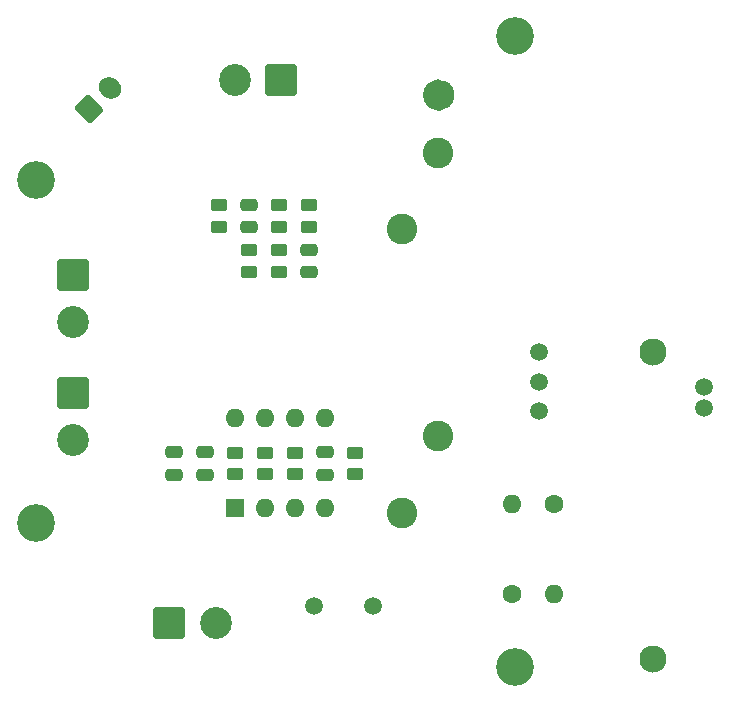
<source format=gbr>
%TF.GenerationSoftware,KiCad,Pcbnew,7.0.6*%
%TF.CreationDate,2023-11-19T20:23:39+09:00*%
%TF.ProjectId,PowerSupply_20230505,506f7765-7253-4757-9070-6c795f323032,rev?*%
%TF.SameCoordinates,Original*%
%TF.FileFunction,Soldermask,Bot*%
%TF.FilePolarity,Negative*%
%FSLAX46Y46*%
G04 Gerber Fmt 4.6, Leading zero omitted, Abs format (unit mm)*
G04 Created by KiCad (PCBNEW 7.0.6) date 2023-11-19 20:23:39*
%MOMM*%
%LPD*%
G01*
G04 APERTURE LIST*
G04 Aperture macros list*
%AMRoundRect*
0 Rectangle with rounded corners*
0 $1 Rounding radius*
0 $2 $3 $4 $5 $6 $7 $8 $9 X,Y pos of 4 corners*
0 Add a 4 corners polygon primitive as box body*
4,1,4,$2,$3,$4,$5,$6,$7,$8,$9,$2,$3,0*
0 Add four circle primitives for the rounded corners*
1,1,$1+$1,$2,$3*
1,1,$1+$1,$4,$5*
1,1,$1+$1,$6,$7*
1,1,$1+$1,$8,$9*
0 Add four rect primitives between the rounded corners*
20,1,$1+$1,$2,$3,$4,$5,0*
20,1,$1+$1,$4,$5,$6,$7,0*
20,1,$1+$1,$6,$7,$8,$9,0*
20,1,$1+$1,$8,$9,$2,$3,0*%
%AMHorizOval*
0 Thick line with rounded ends*
0 $1 width*
0 $2 $3 position (X,Y) of the first rounded end (center of the circle)*
0 $4 $5 position (X,Y) of the second rounded end (center of the circle)*
0 Add line between two ends*
20,1,$1,$2,$3,$4,$5,0*
0 Add two circle primitives to create the rounded ends*
1,1,$1,$2,$3*
1,1,$1,$4,$5*%
G04 Aperture macros list end*
%ADD10C,1.325000*%
%ADD11RoundRect,0.250001X1.099999X1.099999X-1.099999X1.099999X-1.099999X-1.099999X1.099999X-1.099999X0*%
%ADD12C,2.700000*%
%ADD13C,2.300000*%
%ADD14C,1.500000*%
%ADD15C,3.200000*%
%ADD16RoundRect,0.250001X-1.099999X1.099999X-1.099999X-1.099999X1.099999X-1.099999X1.099999X1.099999X0*%
%ADD17C,1.600000*%
%ADD18O,1.600000X1.600000*%
%ADD19C,2.600000*%
%ADD20RoundRect,0.250000X0.106066X-0.954594X0.954594X-0.106066X-0.106066X0.954594X-0.954594X0.106066X0*%
%ADD21HorizOval,1.700000X-0.106066X0.106066X0.106066X-0.106066X0*%
%ADD22RoundRect,0.250001X-1.099999X-1.099999X1.099999X-1.099999X1.099999X1.099999X-1.099999X1.099999X0*%
%ADD23R,1.600000X1.600000*%
%ADD24RoundRect,0.250000X-0.475000X0.250000X-0.475000X-0.250000X0.475000X-0.250000X0.475000X0.250000X0*%
%ADD25RoundRect,0.250000X0.450000X-0.262500X0.450000X0.262500X-0.450000X0.262500X-0.450000X-0.262500X0*%
%ADD26RoundRect,0.250000X-0.450000X0.262500X-0.450000X-0.262500X0.450000X-0.262500X0.450000X0.262500X0*%
G04 APERTURE END LIST*
D10*
X94162500Y-85000000D02*
G75*
G03*
X94162500Y-85000000I-662500J0D01*
G01*
D11*
%TO.C,J5*%
X80184180Y-83732264D03*
D12*
X76224180Y-83732264D03*
%TD*%
D13*
%TO.C,MES1*%
X111676680Y-132732264D03*
X111676680Y-106732264D03*
D14*
X115926680Y-109732264D03*
X115926680Y-111482264D03*
%TD*%
D15*
%TO.C,REF\u002A\u002A*%
X59426680Y-92182264D03*
%TD*%
D16*
%TO.C,J2*%
X62550000Y-110242500D03*
D12*
X62550000Y-114202500D03*
%TD*%
D17*
%TO.C,10K*%
X103251000Y-119634000D03*
D18*
X103251000Y-127254000D03*
%TD*%
D14*
%TO.C,BZ1*%
X82926680Y-128232264D03*
X87926680Y-128232264D03*
%TD*%
D16*
%TO.C,J4*%
X62550000Y-100242500D03*
D12*
X62550000Y-104202500D03*
%TD*%
D15*
%TO.C,REF\u002A\u002A*%
X100000000Y-133464528D03*
%TD*%
D19*
%TO.C,F1*%
X90426680Y-120382264D03*
X93426680Y-113882264D03*
X90426680Y-96382264D03*
X93426680Y-89882264D03*
%TD*%
D17*
%TO.C,30K*%
X99695000Y-127254000D03*
D18*
X99695000Y-119634000D03*
%TD*%
D15*
%TO.C,REF\u002A\u002A*%
X100000000Y-80000000D03*
%TD*%
D14*
%TO.C,SW2*%
X102000000Y-111800000D03*
X102000000Y-109300000D03*
X102000000Y-106800000D03*
%TD*%
D20*
%TO.C,J3*%
X63882586Y-86206079D03*
D21*
X65650353Y-84438312D03*
%TD*%
D22*
%TO.C,J1*%
X70666680Y-129682264D03*
D12*
X74626680Y-129682264D03*
%TD*%
D15*
%TO.C,REF\u002A\u002A*%
X59426680Y-121282264D03*
%TD*%
D23*
%TO.C,\u25CF*%
X76210000Y-120005000D03*
D18*
X78750000Y-120005000D03*
X81290000Y-120005000D03*
X83830000Y-120005000D03*
X83830000Y-112385000D03*
X81290000Y-112385000D03*
X78750000Y-112385000D03*
X76210000Y-112385000D03*
%TD*%
D24*
%TO.C,C5*%
X83830000Y-115245000D03*
X83830000Y-117145000D03*
%TD*%
D25*
%TO.C,R7*%
X80010000Y-96162500D03*
X80010000Y-94337500D03*
%TD*%
D24*
%TO.C,C4*%
X71120000Y-115255000D03*
X71120000Y-117155000D03*
%TD*%
%TO.C,C3*%
X73670000Y-115245000D03*
X73670000Y-117145000D03*
%TD*%
D26*
%TO.C,R8*%
X77470000Y-98147500D03*
X77470000Y-99972500D03*
%TD*%
%TO.C,R4*%
X80010000Y-98147500D03*
X80010000Y-99972500D03*
%TD*%
D24*
%TO.C,C2*%
X82550000Y-98110000D03*
X82550000Y-100010000D03*
%TD*%
D25*
%TO.C,R1*%
X86370000Y-117107500D03*
X86370000Y-115282500D03*
%TD*%
%TO.C,R2*%
X81290000Y-117107500D03*
X81290000Y-115282500D03*
%TD*%
%TO.C,R3*%
X76210000Y-117107500D03*
X76210000Y-115282500D03*
%TD*%
D24*
%TO.C,C1*%
X77470000Y-94300000D03*
X77470000Y-96200000D03*
%TD*%
D26*
%TO.C,R9*%
X78750000Y-115282500D03*
X78750000Y-117107500D03*
%TD*%
D25*
%TO.C,R5*%
X74930000Y-96162500D03*
X74930000Y-94337500D03*
%TD*%
D26*
%TO.C,R6*%
X82550000Y-94337500D03*
X82550000Y-96162500D03*
%TD*%
M02*

</source>
